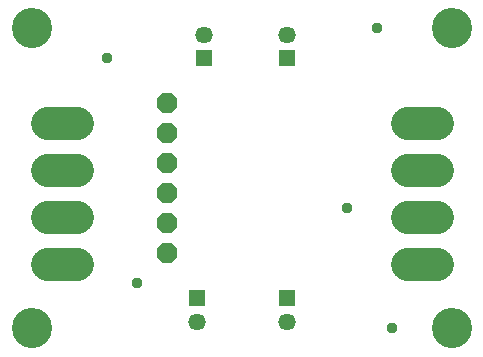
<source format=gbr>
G04 EAGLE Gerber RS-274X export*
G75*
%MOMM*%
%FSLAX34Y34*%
%LPD*%
%INSoldermask Bottom*%
%IPPOS*%
%AMOC8*
5,1,8,0,0,1.08239X$1,22.5*%
G01*
%ADD10C,3.403200*%
%ADD11R,1.461200X1.461200*%
%ADD12C,1.461200*%
%ADD13C,2.753200*%
%ADD14P,1.852186X8X112.500000*%
%ADD15C,0.959600*%


D10*
X25400Y266700D03*
X381000Y266700D03*
X381000Y12700D03*
X25400Y12700D03*
D11*
X171450Y241300D03*
D12*
X171450Y261300D03*
D11*
X241300Y241300D03*
D12*
X241300Y261300D03*
D11*
X165100Y38100D03*
D12*
X165100Y18100D03*
D11*
X241300Y38100D03*
D12*
X241300Y18100D03*
D13*
X342850Y67600D02*
X368350Y67600D01*
X368350Y107200D02*
X342850Y107200D01*
X342850Y146800D02*
X368350Y146800D01*
X368350Y186400D02*
X342850Y186400D01*
X63550Y186400D02*
X38050Y186400D01*
X38050Y146800D02*
X63550Y146800D01*
X63550Y107200D02*
X38050Y107200D01*
X38050Y67600D02*
X63550Y67600D01*
D14*
X139700Y76200D03*
X139700Y101600D03*
X139700Y127000D03*
X139700Y152400D03*
X139700Y177800D03*
X139700Y203200D03*
D15*
X317500Y266700D03*
X88900Y241300D03*
X114300Y50800D03*
X330200Y12700D03*
X292100Y114300D03*
M02*

</source>
